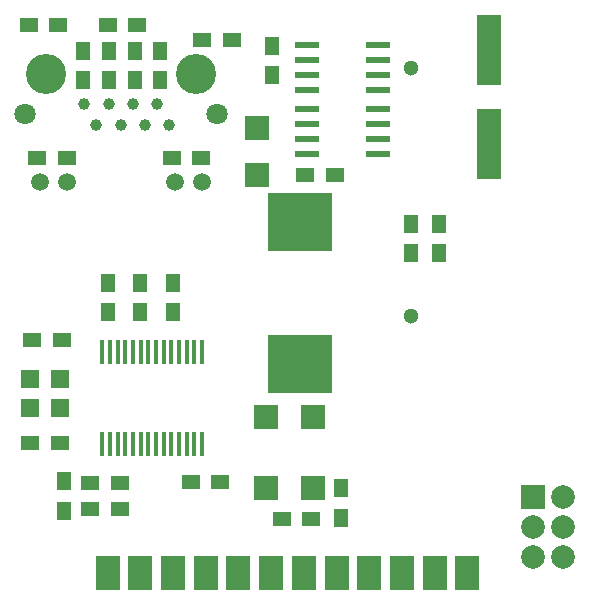
<source format=gbs>
G04 #@! TF.FileFunction,Soldermask,Bot*
%FSLAX46Y46*%
G04 Gerber Fmt 4.6, Leading zero omitted, Abs format (unit mm)*
G04 Created by KiCad (PCBNEW 4.0.2-stable) date 01/06/2016 17:52:26*
%MOMM*%
G01*
G04 APERTURE LIST*
%ADD10C,0.150000*%
%ADD11C,1.800000*%
%ADD12C,3.400000*%
%ADD13C,1.500000*%
%ADD14C,1.000000*%
%ADD15R,1.500000X1.500000*%
%ADD16R,2.000000X0.500000*%
%ADD17R,1.250000X1.500000*%
%ADD18R,1.500000X1.250000*%
%ADD19R,2.000000X2.000000*%
%ADD20C,1.300000*%
%ADD21C,2.000000*%
%ADD22R,2.000000X3.000000*%
%ADD23R,2.000000X6.000000*%
%ADD24R,5.400000X5.000000*%
%ADD25R,0.300000X2.000000*%
G04 APERTURE END LIST*
D10*
D11*
X67960000Y-94490000D03*
X51700000Y-94490000D03*
D12*
X66180000Y-91060000D03*
X53480000Y-91060000D03*
D13*
X52970000Y-100200000D03*
X66690000Y-100200000D03*
X64400000Y-100200000D03*
X55260000Y-100200000D03*
D14*
X56760000Y-93600000D03*
X58800000Y-93600000D03*
X60840000Y-93600000D03*
X62880000Y-93600000D03*
X57780000Y-95380000D03*
X59820000Y-95380000D03*
X61860000Y-95380000D03*
X63900000Y-95380000D03*
D15*
X54650000Y-116850000D03*
X54650000Y-119350000D03*
X52150000Y-116850000D03*
X52150000Y-119350000D03*
D16*
X75600000Y-92400000D03*
X75600000Y-91130000D03*
X75600000Y-89860000D03*
X75600000Y-88590000D03*
X81600000Y-88590000D03*
X81600000Y-89860000D03*
X81600000Y-91130000D03*
X81600000Y-92400000D03*
X75600000Y-97800000D03*
X75600000Y-96530000D03*
X75600000Y-95260000D03*
X75600000Y-93990000D03*
X81600000Y-93990000D03*
X81600000Y-95260000D03*
X81600000Y-96530000D03*
X81600000Y-97800000D03*
D17*
X84400000Y-103750000D03*
X84400000Y-106250000D03*
X86800000Y-103750000D03*
X86800000Y-106250000D03*
D18*
X75450000Y-99600000D03*
X77950000Y-99600000D03*
D17*
X72600000Y-91150000D03*
X72600000Y-88650000D03*
D18*
X66650000Y-98200000D03*
X64150000Y-98200000D03*
X55250000Y-98200000D03*
X52750000Y-98200000D03*
D17*
X63200000Y-91600000D03*
X63200000Y-89100000D03*
X61000000Y-91600000D03*
X61000000Y-89100000D03*
X58800000Y-89100000D03*
X58800000Y-91600000D03*
X56600000Y-89100000D03*
X56600000Y-91600000D03*
X55000000Y-125550000D03*
X55000000Y-128050000D03*
X78500000Y-128650000D03*
X78500000Y-126150000D03*
D18*
X57250000Y-127900000D03*
X59750000Y-127900000D03*
X54550000Y-86900000D03*
X52050000Y-86900000D03*
D19*
X72100000Y-126100000D03*
X72100000Y-120100000D03*
X76100000Y-120100000D03*
X76100000Y-126100000D03*
X71400000Y-99600000D03*
X71400000Y-95600000D03*
D20*
X84450000Y-111550000D03*
X84450000Y-90550000D03*
D19*
X94750000Y-126860000D03*
D21*
X97290000Y-126860000D03*
X94750000Y-129400000D03*
X97290000Y-129400000D03*
X94750000Y-131940000D03*
X97290000Y-131940000D03*
D22*
X58715000Y-133300000D03*
X61485000Y-133300000D03*
X64255000Y-133300000D03*
X67025000Y-133300000D03*
X69795000Y-133300000D03*
X72565000Y-133300000D03*
X75335000Y-133300000D03*
X78105000Y-133300000D03*
X80875000Y-133300000D03*
X83645000Y-133300000D03*
X86415000Y-133300000D03*
X89185000Y-133300000D03*
D23*
X91000000Y-89000000D03*
X91000000Y-97000000D03*
D18*
X75950000Y-128700000D03*
X73450000Y-128700000D03*
X69250000Y-88200000D03*
X66750000Y-88200000D03*
X61250000Y-86900000D03*
X58750000Y-86900000D03*
X52350000Y-113600000D03*
X54850000Y-113600000D03*
X54650000Y-122300000D03*
X52150000Y-122300000D03*
D17*
X64250000Y-108750000D03*
X64250000Y-111250000D03*
X61500000Y-108750000D03*
X61500000Y-111250000D03*
X58750000Y-108750000D03*
X58750000Y-111250000D03*
D18*
X59750000Y-125700000D03*
X57250000Y-125700000D03*
X65750000Y-125600000D03*
X68250000Y-125600000D03*
D24*
X75000000Y-103600000D03*
X75000000Y-115600000D03*
D25*
X66725000Y-114600000D03*
X66725000Y-122400000D03*
X66075000Y-114600000D03*
X66075000Y-122400000D03*
X65425000Y-114600000D03*
X65425000Y-122400000D03*
X64775000Y-114600000D03*
X64775000Y-122400000D03*
X64125000Y-114600000D03*
X64125000Y-122400000D03*
X63475000Y-114600000D03*
X63475000Y-122400000D03*
X62825000Y-114600000D03*
X62825000Y-122400000D03*
X62175000Y-114600000D03*
X62175000Y-122400000D03*
X61525000Y-114600000D03*
X61525000Y-122400000D03*
X60875000Y-114600000D03*
X60875000Y-122400000D03*
X60225000Y-114600000D03*
X60225000Y-122400000D03*
X59575000Y-114600000D03*
X59575000Y-122400000D03*
X58925000Y-114600000D03*
X58925000Y-122400000D03*
X58275000Y-114600000D03*
X58275000Y-122400000D03*
M02*

</source>
